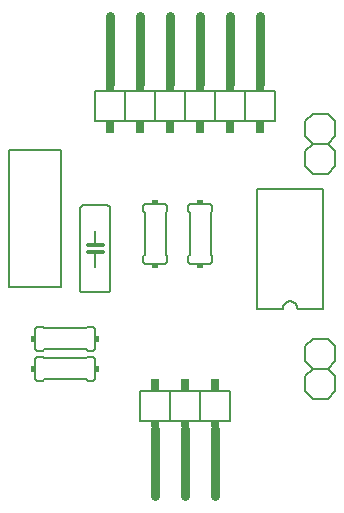
<source format=gto>
G75*
%MOIN*%
%OFA0B0*%
%FSLAX25Y25*%
%IPPOS*%
%LPD*%
%AMOC8*
5,1,8,0,0,1.08239X$1,22.5*
%
%ADD10C,0.00600*%
%ADD11C,0.03000*%
%ADD12R,0.03000X0.02000*%
%ADD13R,0.03000X0.04000*%
%ADD14C,0.00800*%
%ADD15R,0.02000X0.01500*%
%ADD16C,0.01200*%
%ADD17R,0.01500X0.02000*%
D10*
X0063342Y0045933D02*
X0063342Y0051933D01*
X0063344Y0051993D01*
X0063349Y0052054D01*
X0063358Y0052113D01*
X0063371Y0052172D01*
X0063387Y0052231D01*
X0063407Y0052288D01*
X0063430Y0052343D01*
X0063457Y0052398D01*
X0063486Y0052450D01*
X0063519Y0052501D01*
X0063555Y0052550D01*
X0063593Y0052596D01*
X0063635Y0052640D01*
X0063679Y0052682D01*
X0063725Y0052720D01*
X0063774Y0052756D01*
X0063825Y0052789D01*
X0063877Y0052818D01*
X0063932Y0052845D01*
X0063987Y0052868D01*
X0064044Y0052888D01*
X0064103Y0052904D01*
X0064162Y0052917D01*
X0064221Y0052926D01*
X0064282Y0052931D01*
X0064342Y0052933D01*
X0065842Y0052933D01*
X0066342Y0052433D01*
X0080342Y0052433D01*
X0080842Y0052933D01*
X0082342Y0052933D01*
X0082402Y0052931D01*
X0082463Y0052926D01*
X0082522Y0052917D01*
X0082581Y0052904D01*
X0082640Y0052888D01*
X0082697Y0052868D01*
X0082752Y0052845D01*
X0082807Y0052818D01*
X0082859Y0052789D01*
X0082910Y0052756D01*
X0082959Y0052720D01*
X0083005Y0052682D01*
X0083049Y0052640D01*
X0083091Y0052596D01*
X0083129Y0052550D01*
X0083165Y0052501D01*
X0083198Y0052450D01*
X0083227Y0052398D01*
X0083254Y0052343D01*
X0083277Y0052288D01*
X0083297Y0052231D01*
X0083313Y0052172D01*
X0083326Y0052113D01*
X0083335Y0052054D01*
X0083340Y0051993D01*
X0083342Y0051933D01*
X0083342Y0045933D01*
X0083340Y0045873D01*
X0083335Y0045812D01*
X0083326Y0045753D01*
X0083313Y0045694D01*
X0083297Y0045635D01*
X0083277Y0045578D01*
X0083254Y0045523D01*
X0083227Y0045468D01*
X0083198Y0045416D01*
X0083165Y0045365D01*
X0083129Y0045316D01*
X0083091Y0045270D01*
X0083049Y0045226D01*
X0083005Y0045184D01*
X0082959Y0045146D01*
X0082910Y0045110D01*
X0082859Y0045077D01*
X0082807Y0045048D01*
X0082752Y0045021D01*
X0082697Y0044998D01*
X0082640Y0044978D01*
X0082581Y0044962D01*
X0082522Y0044949D01*
X0082463Y0044940D01*
X0082402Y0044935D01*
X0082342Y0044933D01*
X0080842Y0044933D01*
X0080342Y0045433D01*
X0066342Y0045433D01*
X0065842Y0044933D01*
X0064342Y0044933D01*
X0064282Y0044935D01*
X0064221Y0044940D01*
X0064162Y0044949D01*
X0064103Y0044962D01*
X0064044Y0044978D01*
X0063987Y0044998D01*
X0063932Y0045021D01*
X0063877Y0045048D01*
X0063825Y0045077D01*
X0063774Y0045110D01*
X0063725Y0045146D01*
X0063679Y0045184D01*
X0063635Y0045226D01*
X0063593Y0045270D01*
X0063555Y0045316D01*
X0063519Y0045365D01*
X0063486Y0045416D01*
X0063457Y0045468D01*
X0063430Y0045523D01*
X0063407Y0045578D01*
X0063387Y0045635D01*
X0063371Y0045694D01*
X0063358Y0045753D01*
X0063349Y0045812D01*
X0063344Y0045873D01*
X0063342Y0045933D01*
X0064342Y0054933D02*
X0065842Y0054933D01*
X0066342Y0055433D01*
X0080342Y0055433D01*
X0080842Y0054933D01*
X0082342Y0054933D01*
X0082402Y0054935D01*
X0082463Y0054940D01*
X0082522Y0054949D01*
X0082581Y0054962D01*
X0082640Y0054978D01*
X0082697Y0054998D01*
X0082752Y0055021D01*
X0082807Y0055048D01*
X0082859Y0055077D01*
X0082910Y0055110D01*
X0082959Y0055146D01*
X0083005Y0055184D01*
X0083049Y0055226D01*
X0083091Y0055270D01*
X0083129Y0055316D01*
X0083165Y0055365D01*
X0083198Y0055416D01*
X0083227Y0055468D01*
X0083254Y0055523D01*
X0083277Y0055578D01*
X0083297Y0055635D01*
X0083313Y0055694D01*
X0083326Y0055753D01*
X0083335Y0055812D01*
X0083340Y0055873D01*
X0083342Y0055933D01*
X0083342Y0061933D01*
X0083340Y0061993D01*
X0083335Y0062054D01*
X0083326Y0062113D01*
X0083313Y0062172D01*
X0083297Y0062231D01*
X0083277Y0062288D01*
X0083254Y0062343D01*
X0083227Y0062398D01*
X0083198Y0062450D01*
X0083165Y0062501D01*
X0083129Y0062550D01*
X0083091Y0062596D01*
X0083049Y0062640D01*
X0083005Y0062682D01*
X0082959Y0062720D01*
X0082910Y0062756D01*
X0082859Y0062789D01*
X0082807Y0062818D01*
X0082752Y0062845D01*
X0082697Y0062868D01*
X0082640Y0062888D01*
X0082581Y0062904D01*
X0082522Y0062917D01*
X0082463Y0062926D01*
X0082402Y0062931D01*
X0082342Y0062933D01*
X0080842Y0062933D01*
X0080342Y0062433D01*
X0066342Y0062433D01*
X0065842Y0062933D01*
X0064342Y0062933D01*
X0064282Y0062931D01*
X0064221Y0062926D01*
X0064162Y0062917D01*
X0064103Y0062904D01*
X0064044Y0062888D01*
X0063987Y0062868D01*
X0063932Y0062845D01*
X0063877Y0062818D01*
X0063825Y0062789D01*
X0063774Y0062756D01*
X0063725Y0062720D01*
X0063679Y0062682D01*
X0063635Y0062640D01*
X0063593Y0062596D01*
X0063555Y0062550D01*
X0063519Y0062501D01*
X0063486Y0062450D01*
X0063457Y0062398D01*
X0063430Y0062343D01*
X0063407Y0062288D01*
X0063387Y0062231D01*
X0063371Y0062172D01*
X0063358Y0062113D01*
X0063349Y0062054D01*
X0063344Y0061993D01*
X0063342Y0061933D01*
X0063342Y0055933D01*
X0063344Y0055873D01*
X0063349Y0055812D01*
X0063358Y0055753D01*
X0063371Y0055694D01*
X0063387Y0055635D01*
X0063407Y0055578D01*
X0063430Y0055523D01*
X0063457Y0055468D01*
X0063486Y0055416D01*
X0063519Y0055365D01*
X0063555Y0055316D01*
X0063593Y0055270D01*
X0063635Y0055226D01*
X0063679Y0055184D01*
X0063725Y0055146D01*
X0063774Y0055110D01*
X0063825Y0055077D01*
X0063877Y0055048D01*
X0063932Y0055021D01*
X0063987Y0054998D01*
X0064044Y0054978D01*
X0064103Y0054962D01*
X0064162Y0054949D01*
X0064221Y0054940D01*
X0064282Y0054935D01*
X0064342Y0054933D01*
X0079342Y0074433D02*
X0087342Y0074433D01*
X0087402Y0074435D01*
X0087463Y0074440D01*
X0087522Y0074449D01*
X0087581Y0074462D01*
X0087640Y0074478D01*
X0087697Y0074498D01*
X0087752Y0074521D01*
X0087807Y0074548D01*
X0087859Y0074577D01*
X0087910Y0074610D01*
X0087959Y0074646D01*
X0088005Y0074684D01*
X0088049Y0074726D01*
X0088091Y0074770D01*
X0088129Y0074816D01*
X0088165Y0074865D01*
X0088198Y0074916D01*
X0088227Y0074968D01*
X0088254Y0075023D01*
X0088277Y0075078D01*
X0088297Y0075135D01*
X0088313Y0075194D01*
X0088326Y0075253D01*
X0088335Y0075312D01*
X0088340Y0075373D01*
X0088342Y0075433D01*
X0088342Y0102433D01*
X0088340Y0102493D01*
X0088335Y0102554D01*
X0088326Y0102613D01*
X0088313Y0102672D01*
X0088297Y0102731D01*
X0088277Y0102788D01*
X0088254Y0102843D01*
X0088227Y0102898D01*
X0088198Y0102950D01*
X0088165Y0103001D01*
X0088129Y0103050D01*
X0088091Y0103096D01*
X0088049Y0103140D01*
X0088005Y0103182D01*
X0087959Y0103220D01*
X0087910Y0103256D01*
X0087859Y0103289D01*
X0087807Y0103318D01*
X0087752Y0103345D01*
X0087697Y0103368D01*
X0087640Y0103388D01*
X0087581Y0103404D01*
X0087522Y0103417D01*
X0087463Y0103426D01*
X0087402Y0103431D01*
X0087342Y0103433D01*
X0079342Y0103433D01*
X0079282Y0103431D01*
X0079221Y0103426D01*
X0079162Y0103417D01*
X0079103Y0103404D01*
X0079044Y0103388D01*
X0078987Y0103368D01*
X0078932Y0103345D01*
X0078877Y0103318D01*
X0078825Y0103289D01*
X0078774Y0103256D01*
X0078725Y0103220D01*
X0078679Y0103182D01*
X0078635Y0103140D01*
X0078593Y0103096D01*
X0078555Y0103050D01*
X0078519Y0103001D01*
X0078486Y0102950D01*
X0078457Y0102898D01*
X0078430Y0102843D01*
X0078407Y0102788D01*
X0078387Y0102731D01*
X0078371Y0102672D01*
X0078358Y0102613D01*
X0078349Y0102554D01*
X0078344Y0102493D01*
X0078342Y0102433D01*
X0078342Y0075433D01*
X0078344Y0075373D01*
X0078349Y0075312D01*
X0078358Y0075253D01*
X0078371Y0075194D01*
X0078387Y0075135D01*
X0078407Y0075078D01*
X0078430Y0075023D01*
X0078457Y0074968D01*
X0078486Y0074916D01*
X0078519Y0074865D01*
X0078555Y0074816D01*
X0078593Y0074770D01*
X0078635Y0074726D01*
X0078679Y0074684D01*
X0078725Y0074646D01*
X0078774Y0074610D01*
X0078825Y0074577D01*
X0078877Y0074548D01*
X0078932Y0074521D01*
X0078987Y0074498D01*
X0079044Y0074478D01*
X0079103Y0074462D01*
X0079162Y0074449D01*
X0079221Y0074440D01*
X0079282Y0074435D01*
X0079342Y0074433D01*
X0083342Y0082933D02*
X0083342Y0087733D01*
X0083342Y0090233D02*
X0083342Y0094933D01*
X0099342Y0101433D02*
X0099842Y0100933D01*
X0099842Y0086933D01*
X0099342Y0086433D01*
X0099342Y0084933D01*
X0099344Y0084873D01*
X0099349Y0084812D01*
X0099358Y0084753D01*
X0099371Y0084694D01*
X0099387Y0084635D01*
X0099407Y0084578D01*
X0099430Y0084523D01*
X0099457Y0084468D01*
X0099486Y0084416D01*
X0099519Y0084365D01*
X0099555Y0084316D01*
X0099593Y0084270D01*
X0099635Y0084226D01*
X0099679Y0084184D01*
X0099725Y0084146D01*
X0099774Y0084110D01*
X0099825Y0084077D01*
X0099877Y0084048D01*
X0099932Y0084021D01*
X0099987Y0083998D01*
X0100044Y0083978D01*
X0100103Y0083962D01*
X0100162Y0083949D01*
X0100221Y0083940D01*
X0100282Y0083935D01*
X0100342Y0083933D01*
X0106342Y0083933D01*
X0106402Y0083935D01*
X0106463Y0083940D01*
X0106522Y0083949D01*
X0106581Y0083962D01*
X0106640Y0083978D01*
X0106697Y0083998D01*
X0106752Y0084021D01*
X0106807Y0084048D01*
X0106859Y0084077D01*
X0106910Y0084110D01*
X0106959Y0084146D01*
X0107005Y0084184D01*
X0107049Y0084226D01*
X0107091Y0084270D01*
X0107129Y0084316D01*
X0107165Y0084365D01*
X0107198Y0084416D01*
X0107227Y0084468D01*
X0107254Y0084523D01*
X0107277Y0084578D01*
X0107297Y0084635D01*
X0107313Y0084694D01*
X0107326Y0084753D01*
X0107335Y0084812D01*
X0107340Y0084873D01*
X0107342Y0084933D01*
X0107342Y0086433D01*
X0106842Y0086933D01*
X0106842Y0100933D01*
X0107342Y0101433D01*
X0107342Y0102933D01*
X0107340Y0102993D01*
X0107335Y0103054D01*
X0107326Y0103113D01*
X0107313Y0103172D01*
X0107297Y0103231D01*
X0107277Y0103288D01*
X0107254Y0103343D01*
X0107227Y0103398D01*
X0107198Y0103450D01*
X0107165Y0103501D01*
X0107129Y0103550D01*
X0107091Y0103596D01*
X0107049Y0103640D01*
X0107005Y0103682D01*
X0106959Y0103720D01*
X0106910Y0103756D01*
X0106859Y0103789D01*
X0106807Y0103818D01*
X0106752Y0103845D01*
X0106697Y0103868D01*
X0106640Y0103888D01*
X0106581Y0103904D01*
X0106522Y0103917D01*
X0106463Y0103926D01*
X0106402Y0103931D01*
X0106342Y0103933D01*
X0100342Y0103933D01*
X0100282Y0103931D01*
X0100221Y0103926D01*
X0100162Y0103917D01*
X0100103Y0103904D01*
X0100044Y0103888D01*
X0099987Y0103868D01*
X0099932Y0103845D01*
X0099877Y0103818D01*
X0099825Y0103789D01*
X0099774Y0103756D01*
X0099725Y0103720D01*
X0099679Y0103682D01*
X0099635Y0103640D01*
X0099593Y0103596D01*
X0099555Y0103550D01*
X0099519Y0103501D01*
X0099486Y0103450D01*
X0099457Y0103398D01*
X0099430Y0103343D01*
X0099407Y0103288D01*
X0099387Y0103231D01*
X0099371Y0103172D01*
X0099358Y0103113D01*
X0099349Y0103054D01*
X0099344Y0102993D01*
X0099342Y0102933D01*
X0099342Y0101433D01*
X0114342Y0101433D02*
X0114842Y0100933D01*
X0114842Y0086933D01*
X0114342Y0086433D01*
X0114342Y0084933D01*
X0114344Y0084873D01*
X0114349Y0084812D01*
X0114358Y0084753D01*
X0114371Y0084694D01*
X0114387Y0084635D01*
X0114407Y0084578D01*
X0114430Y0084523D01*
X0114457Y0084468D01*
X0114486Y0084416D01*
X0114519Y0084365D01*
X0114555Y0084316D01*
X0114593Y0084270D01*
X0114635Y0084226D01*
X0114679Y0084184D01*
X0114725Y0084146D01*
X0114774Y0084110D01*
X0114825Y0084077D01*
X0114877Y0084048D01*
X0114932Y0084021D01*
X0114987Y0083998D01*
X0115044Y0083978D01*
X0115103Y0083962D01*
X0115162Y0083949D01*
X0115221Y0083940D01*
X0115282Y0083935D01*
X0115342Y0083933D01*
X0121342Y0083933D01*
X0121402Y0083935D01*
X0121463Y0083940D01*
X0121522Y0083949D01*
X0121581Y0083962D01*
X0121640Y0083978D01*
X0121697Y0083998D01*
X0121752Y0084021D01*
X0121807Y0084048D01*
X0121859Y0084077D01*
X0121910Y0084110D01*
X0121959Y0084146D01*
X0122005Y0084184D01*
X0122049Y0084226D01*
X0122091Y0084270D01*
X0122129Y0084316D01*
X0122165Y0084365D01*
X0122198Y0084416D01*
X0122227Y0084468D01*
X0122254Y0084523D01*
X0122277Y0084578D01*
X0122297Y0084635D01*
X0122313Y0084694D01*
X0122326Y0084753D01*
X0122335Y0084812D01*
X0122340Y0084873D01*
X0122342Y0084933D01*
X0122342Y0086433D01*
X0121842Y0086933D01*
X0121842Y0100933D01*
X0122342Y0101433D01*
X0122342Y0102933D01*
X0122340Y0102993D01*
X0122335Y0103054D01*
X0122326Y0103113D01*
X0122313Y0103172D01*
X0122297Y0103231D01*
X0122277Y0103288D01*
X0122254Y0103343D01*
X0122227Y0103398D01*
X0122198Y0103450D01*
X0122165Y0103501D01*
X0122129Y0103550D01*
X0122091Y0103596D01*
X0122049Y0103640D01*
X0122005Y0103682D01*
X0121959Y0103720D01*
X0121910Y0103756D01*
X0121859Y0103789D01*
X0121807Y0103818D01*
X0121752Y0103845D01*
X0121697Y0103868D01*
X0121640Y0103888D01*
X0121581Y0103904D01*
X0121522Y0103917D01*
X0121463Y0103926D01*
X0121402Y0103931D01*
X0121342Y0103933D01*
X0115342Y0103933D01*
X0115282Y0103931D01*
X0115221Y0103926D01*
X0115162Y0103917D01*
X0115103Y0103904D01*
X0115044Y0103888D01*
X0114987Y0103868D01*
X0114932Y0103845D01*
X0114877Y0103818D01*
X0114825Y0103789D01*
X0114774Y0103756D01*
X0114725Y0103720D01*
X0114679Y0103682D01*
X0114635Y0103640D01*
X0114593Y0103596D01*
X0114555Y0103550D01*
X0114519Y0103501D01*
X0114486Y0103450D01*
X0114457Y0103398D01*
X0114430Y0103343D01*
X0114407Y0103288D01*
X0114387Y0103231D01*
X0114371Y0103172D01*
X0114358Y0103113D01*
X0114349Y0103054D01*
X0114344Y0102993D01*
X0114342Y0102933D01*
X0114342Y0101433D01*
X0137342Y0108933D02*
X0137342Y0068933D01*
X0145842Y0068933D01*
X0145844Y0069031D01*
X0145850Y0069129D01*
X0145859Y0069227D01*
X0145873Y0069324D01*
X0145890Y0069421D01*
X0145911Y0069517D01*
X0145936Y0069612D01*
X0145964Y0069706D01*
X0145997Y0069798D01*
X0146032Y0069890D01*
X0146072Y0069980D01*
X0146114Y0070068D01*
X0146161Y0070155D01*
X0146210Y0070239D01*
X0146263Y0070322D01*
X0146319Y0070402D01*
X0146379Y0070481D01*
X0146441Y0070557D01*
X0146506Y0070630D01*
X0146574Y0070701D01*
X0146645Y0070769D01*
X0146718Y0070834D01*
X0146794Y0070896D01*
X0146873Y0070956D01*
X0146953Y0071012D01*
X0147036Y0071065D01*
X0147120Y0071114D01*
X0147207Y0071161D01*
X0147295Y0071203D01*
X0147385Y0071243D01*
X0147477Y0071278D01*
X0147569Y0071311D01*
X0147663Y0071339D01*
X0147758Y0071364D01*
X0147854Y0071385D01*
X0147951Y0071402D01*
X0148048Y0071416D01*
X0148146Y0071425D01*
X0148244Y0071431D01*
X0148342Y0071433D01*
X0148440Y0071431D01*
X0148538Y0071425D01*
X0148636Y0071416D01*
X0148733Y0071402D01*
X0148830Y0071385D01*
X0148926Y0071364D01*
X0149021Y0071339D01*
X0149115Y0071311D01*
X0149207Y0071278D01*
X0149299Y0071243D01*
X0149389Y0071203D01*
X0149477Y0071161D01*
X0149564Y0071114D01*
X0149648Y0071065D01*
X0149731Y0071012D01*
X0149811Y0070956D01*
X0149890Y0070896D01*
X0149966Y0070834D01*
X0150039Y0070769D01*
X0150110Y0070701D01*
X0150178Y0070630D01*
X0150243Y0070557D01*
X0150305Y0070481D01*
X0150365Y0070402D01*
X0150421Y0070322D01*
X0150474Y0070239D01*
X0150523Y0070155D01*
X0150570Y0070068D01*
X0150612Y0069980D01*
X0150652Y0069890D01*
X0150687Y0069798D01*
X0150720Y0069706D01*
X0150748Y0069612D01*
X0150773Y0069517D01*
X0150794Y0069421D01*
X0150811Y0069324D01*
X0150825Y0069227D01*
X0150834Y0069129D01*
X0150840Y0069031D01*
X0150842Y0068933D01*
X0159342Y0068933D01*
X0159342Y0108933D01*
X0137342Y0108933D01*
X0153342Y0116433D02*
X0153342Y0121433D01*
X0155842Y0123933D01*
X0153342Y0126433D01*
X0153342Y0131433D01*
X0155842Y0133933D01*
X0160842Y0133933D01*
X0163342Y0131433D01*
X0163342Y0126433D01*
X0160842Y0123933D01*
X0163342Y0121433D01*
X0163342Y0116433D01*
X0160842Y0113933D01*
X0155842Y0113933D01*
X0153342Y0116433D01*
X0155842Y0123933D02*
X0160842Y0123933D01*
X0143342Y0131433D02*
X0143342Y0141433D01*
X0133342Y0141433D01*
X0123342Y0141433D01*
X0113342Y0141433D01*
X0103342Y0141433D01*
X0093342Y0141433D01*
X0083342Y0141433D01*
X0083342Y0131433D01*
X0093342Y0131433D01*
X0103342Y0131433D01*
X0113342Y0131433D01*
X0123342Y0131433D01*
X0123342Y0141433D01*
X0123342Y0131433D01*
X0133342Y0131433D01*
X0143342Y0131433D01*
X0133342Y0131433D02*
X0133342Y0141433D01*
X0113342Y0141433D02*
X0113342Y0131433D01*
X0103342Y0131433D02*
X0103342Y0141433D01*
X0093342Y0141433D02*
X0093342Y0131433D01*
X0155842Y0058933D02*
X0153342Y0056433D01*
X0153342Y0051433D01*
X0155842Y0048933D01*
X0153342Y0046433D01*
X0153342Y0041433D01*
X0155842Y0038933D01*
X0160842Y0038933D01*
X0163342Y0041433D01*
X0163342Y0046433D01*
X0160842Y0048933D01*
X0155842Y0048933D01*
X0160842Y0048933D02*
X0163342Y0051433D01*
X0163342Y0056433D01*
X0160842Y0058933D01*
X0155842Y0058933D01*
X0128342Y0041433D02*
X0128342Y0031433D01*
X0118342Y0031433D01*
X0108342Y0031433D01*
X0098342Y0031433D01*
X0098342Y0041433D01*
X0108342Y0041433D01*
X0108342Y0031433D01*
X0118342Y0031433D02*
X0118342Y0041433D01*
X0108342Y0041433D01*
X0118342Y0041433D02*
X0128342Y0041433D01*
D11*
X0123342Y0028933D02*
X0123342Y0006433D01*
X0113342Y0006433D02*
X0113342Y0028933D01*
X0103342Y0028933D02*
X0103342Y0006433D01*
X0108342Y0143933D02*
X0108342Y0166433D01*
X0118342Y0166433D02*
X0118342Y0143933D01*
X0128342Y0143933D02*
X0128342Y0166433D01*
X0138342Y0166433D02*
X0138342Y0143933D01*
X0098342Y0143933D02*
X0098342Y0166433D01*
X0088342Y0166433D02*
X0088342Y0143933D01*
D12*
X0088342Y0142433D03*
X0098342Y0142433D03*
X0108342Y0142433D03*
X0118342Y0142433D03*
X0128342Y0142433D03*
X0138342Y0142433D03*
X0123342Y0030433D03*
X0113342Y0030433D03*
X0103342Y0030433D03*
D13*
X0103342Y0043433D03*
X0113342Y0043433D03*
X0123342Y0043433D03*
X0128342Y0129433D03*
X0138342Y0129433D03*
X0118342Y0129433D03*
X0108342Y0129433D03*
X0098342Y0129433D03*
X0088342Y0129433D03*
D14*
X0071905Y0121827D02*
X0054779Y0121827D01*
X0054779Y0076039D01*
X0071905Y0076039D01*
X0071905Y0121827D01*
D15*
X0103342Y0104683D03*
X0118342Y0104683D03*
X0118342Y0083183D03*
X0103342Y0083183D03*
D16*
X0085842Y0087733D02*
X0083342Y0087733D01*
X0080842Y0087733D01*
X0080842Y0090233D02*
X0083342Y0090233D01*
X0085842Y0090233D01*
D17*
X0062592Y0048933D03*
X0062592Y0058933D03*
X0084092Y0058933D03*
X0084092Y0048933D03*
M02*

</source>
